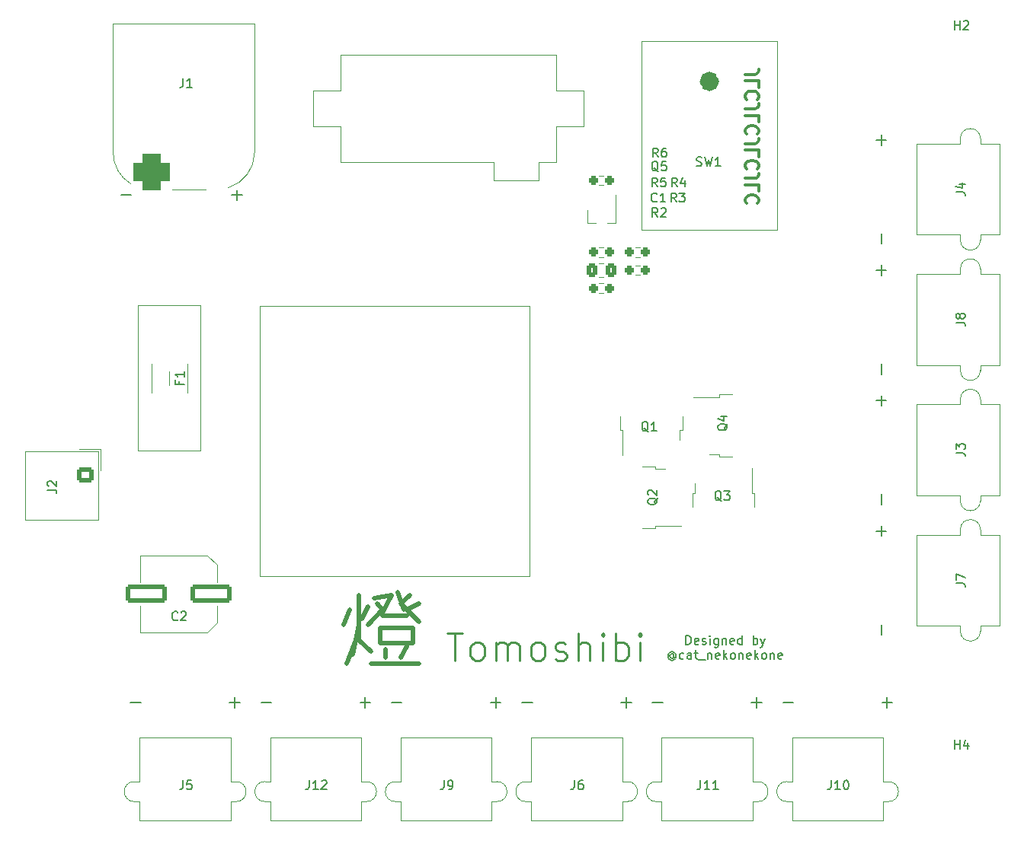
<source format=gbr>
%TF.GenerationSoftware,KiCad,Pcbnew,(6.0.11)*%
%TF.CreationDate,2023-09-13T23:25:56+09:00*%
%TF.ProjectId,Power,506f7765-722e-46b6-9963-61645f706362,rev?*%
%TF.SameCoordinates,Original*%
%TF.FileFunction,Legend,Top*%
%TF.FilePolarity,Positive*%
%FSLAX46Y46*%
G04 Gerber Fmt 4.6, Leading zero omitted, Abs format (unit mm)*
G04 Created by KiCad (PCBNEW (6.0.11)) date 2023-09-13 23:25:56*
%MOMM*%
%LPD*%
G01*
G04 APERTURE LIST*
G04 Aperture macros list*
%AMRoundRect*
0 Rectangle with rounded corners*
0 $1 Rounding radius*
0 $2 $3 $4 $5 $6 $7 $8 $9 X,Y pos of 4 corners*
0 Add a 4 corners polygon primitive as box body*
4,1,4,$2,$3,$4,$5,$6,$7,$8,$9,$2,$3,0*
0 Add four circle primitives for the rounded corners*
1,1,$1+$1,$2,$3*
1,1,$1+$1,$4,$5*
1,1,$1+$1,$6,$7*
1,1,$1+$1,$8,$9*
0 Add four rect primitives between the rounded corners*
20,1,$1+$1,$2,$3,$4,$5,0*
20,1,$1+$1,$4,$5,$6,$7,0*
20,1,$1+$1,$6,$7,$8,$9,0*
20,1,$1+$1,$8,$9,$2,$3,0*%
G04 Aperture macros list end*
%ADD10C,0.470000*%
%ADD11C,0.300000*%
%ADD12C,0.270000*%
%ADD13C,0.150000*%
%ADD14C,0.120000*%
%ADD15C,1.060000*%
%ADD16R,2.200000X1.200000*%
%ADD17R,6.400000X5.800000*%
%ADD18O,9.000000X3.500000*%
%ADD19O,3.500000X9.000000*%
%ADD20C,1.400000*%
%ADD21R,3.500000X3.500000*%
%ADD22C,3.500000*%
%ADD23RoundRect,0.250001X1.999999X0.799999X-1.999999X0.799999X-1.999999X-0.799999X1.999999X-0.799999X0*%
%ADD24C,3.200000*%
%ADD25R,0.800000X1.900000*%
%ADD26C,1.524000*%
%ADD27R,1.200000X2.200000*%
%ADD28R,5.800000X6.400000*%
%ADD29RoundRect,0.237500X-0.250000X-0.237500X0.250000X-0.237500X0.250000X0.237500X-0.250000X0.237500X0*%
%ADD30RoundRect,0.250000X-0.675000X0.600000X-0.675000X-0.600000X0.675000X-0.600000X0.675000X0.600000X0*%
%ADD31O,1.850000X1.700000*%
%ADD32RoundRect,0.237500X0.250000X0.237500X-0.250000X0.237500X-0.250000X-0.237500X0.250000X-0.237500X0*%
%ADD33R,0.900000X2.000000*%
%ADD34RoundRect,1.025000X-1.025000X-1.025000X1.025000X-1.025000X1.025000X1.025000X-1.025000X1.025000X0*%
%ADD35C,4.100000*%
%ADD36C,2.780000*%
%ADD37RoundRect,0.250000X-0.337500X-0.475000X0.337500X-0.475000X0.337500X0.475000X-0.337500X0.475000X0*%
%ADD38O,4.000000X1.524000*%
G04 APERTURE END LIST*
D10*
X132773333Y-109923333D02*
X135440000Y-109923333D01*
X132440000Y-112923333D02*
X136106666Y-112923333D01*
X131440000Y-115256666D02*
X136773333Y-115256666D01*
X132440000Y-111256666D02*
X132440000Y-112923333D01*
X132440000Y-111256666D02*
X136106666Y-111256666D01*
X136106666Y-112923333D01*
X130106666Y-107590000D02*
X130106666Y-112590000D01*
X131440000Y-113923333D01*
X134773333Y-108590000D02*
X136773333Y-110590000D01*
X136773333Y-108590000D02*
X135440000Y-109256666D01*
X132106666Y-108590000D02*
X132773333Y-109256666D01*
X131106666Y-110923333D01*
X135773333Y-107590000D02*
X134773333Y-108590000D01*
X133106666Y-113590000D02*
X133106666Y-114590000D01*
X134440000Y-107256666D02*
X135106666Y-109256666D01*
X135440000Y-113256666D02*
X134773333Y-114590000D01*
X131106666Y-108923333D02*
X130440000Y-110256666D01*
X129773333Y-112590000D02*
X128773333Y-115256666D01*
X131773333Y-107923333D02*
X133773333Y-107590000D01*
X132773333Y-109590000D01*
X129106666Y-109256666D02*
X128440000Y-110923333D01*
X130106666Y-110923333D02*
X129440000Y-114256666D01*
D11*
X173038571Y-49681428D02*
X174110000Y-49681428D01*
X174324285Y-49610000D01*
X174467142Y-49467142D01*
X174538571Y-49252857D01*
X174538571Y-49110000D01*
X174538571Y-51110000D02*
X174538571Y-50395714D01*
X173038571Y-50395714D01*
X174395714Y-52467142D02*
X174467142Y-52395714D01*
X174538571Y-52181428D01*
X174538571Y-52038571D01*
X174467142Y-51824285D01*
X174324285Y-51681428D01*
X174181428Y-51610000D01*
X173895714Y-51538571D01*
X173681428Y-51538571D01*
X173395714Y-51610000D01*
X173252857Y-51681428D01*
X173110000Y-51824285D01*
X173038571Y-52038571D01*
X173038571Y-52181428D01*
X173110000Y-52395714D01*
X173181428Y-52467142D01*
X173038571Y-53538571D02*
X174110000Y-53538571D01*
X174324285Y-53467142D01*
X174467142Y-53324285D01*
X174538571Y-53110000D01*
X174538571Y-52967142D01*
X174538571Y-54967142D02*
X174538571Y-54252857D01*
X173038571Y-54252857D01*
X174395714Y-56324285D02*
X174467142Y-56252857D01*
X174538571Y-56038571D01*
X174538571Y-55895714D01*
X174467142Y-55681428D01*
X174324285Y-55538571D01*
X174181428Y-55467142D01*
X173895714Y-55395714D01*
X173681428Y-55395714D01*
X173395714Y-55467142D01*
X173252857Y-55538571D01*
X173110000Y-55681428D01*
X173038571Y-55895714D01*
X173038571Y-56038571D01*
X173110000Y-56252857D01*
X173181428Y-56324285D01*
X173038571Y-57395714D02*
X174110000Y-57395714D01*
X174324285Y-57324285D01*
X174467142Y-57181428D01*
X174538571Y-56967142D01*
X174538571Y-56824285D01*
X174538571Y-58824285D02*
X174538571Y-58110000D01*
X173038571Y-58110000D01*
X174395714Y-60181428D02*
X174467142Y-60110000D01*
X174538571Y-59895714D01*
X174538571Y-59752857D01*
X174467142Y-59538571D01*
X174324285Y-59395714D01*
X174181428Y-59324285D01*
X173895714Y-59252857D01*
X173681428Y-59252857D01*
X173395714Y-59324285D01*
X173252857Y-59395714D01*
X173110000Y-59538571D01*
X173038571Y-59752857D01*
X173038571Y-59895714D01*
X173110000Y-60110000D01*
X173181428Y-60181428D01*
X173038571Y-61252857D02*
X174110000Y-61252857D01*
X174324285Y-61181428D01*
X174467142Y-61038571D01*
X174538571Y-60824285D01*
X174538571Y-60681428D01*
X174538571Y-62681428D02*
X174538571Y-61967142D01*
X173038571Y-61967142D01*
X174395714Y-64038571D02*
X174467142Y-63967142D01*
X174538571Y-63752857D01*
X174538571Y-63610000D01*
X174467142Y-63395714D01*
X174324285Y-63252857D01*
X174181428Y-63181428D01*
X173895714Y-63110000D01*
X173681428Y-63110000D01*
X173395714Y-63181428D01*
X173252857Y-63252857D01*
X173110000Y-63395714D01*
X173038571Y-63610000D01*
X173038571Y-63752857D01*
X173110000Y-63967142D01*
X173181428Y-64038571D01*
D12*
X139931428Y-111877142D02*
X141645714Y-111877142D01*
X140788571Y-114877142D02*
X140788571Y-111877142D01*
X143074285Y-114877142D02*
X142788571Y-114734285D01*
X142645714Y-114591428D01*
X142502857Y-114305714D01*
X142502857Y-113448571D01*
X142645714Y-113162857D01*
X142788571Y-113020000D01*
X143074285Y-112877142D01*
X143502857Y-112877142D01*
X143788571Y-113020000D01*
X143931428Y-113162857D01*
X144074285Y-113448571D01*
X144074285Y-114305714D01*
X143931428Y-114591428D01*
X143788571Y-114734285D01*
X143502857Y-114877142D01*
X143074285Y-114877142D01*
X145360000Y-114877142D02*
X145360000Y-112877142D01*
X145360000Y-113162857D02*
X145502857Y-113020000D01*
X145788571Y-112877142D01*
X146217142Y-112877142D01*
X146502857Y-113020000D01*
X146645714Y-113305714D01*
X146645714Y-114877142D01*
X146645714Y-113305714D02*
X146788571Y-113020000D01*
X147074285Y-112877142D01*
X147502857Y-112877142D01*
X147788571Y-113020000D01*
X147931428Y-113305714D01*
X147931428Y-114877142D01*
X149788571Y-114877142D02*
X149502857Y-114734285D01*
X149360000Y-114591428D01*
X149217142Y-114305714D01*
X149217142Y-113448571D01*
X149360000Y-113162857D01*
X149502857Y-113020000D01*
X149788571Y-112877142D01*
X150217142Y-112877142D01*
X150502857Y-113020000D01*
X150645714Y-113162857D01*
X150788571Y-113448571D01*
X150788571Y-114305714D01*
X150645714Y-114591428D01*
X150502857Y-114734285D01*
X150217142Y-114877142D01*
X149788571Y-114877142D01*
X151931428Y-114734285D02*
X152217142Y-114877142D01*
X152788571Y-114877142D01*
X153074285Y-114734285D01*
X153217142Y-114448571D01*
X153217142Y-114305714D01*
X153074285Y-114020000D01*
X152788571Y-113877142D01*
X152360000Y-113877142D01*
X152074285Y-113734285D01*
X151931428Y-113448571D01*
X151931428Y-113305714D01*
X152074285Y-113020000D01*
X152360000Y-112877142D01*
X152788571Y-112877142D01*
X153074285Y-113020000D01*
X154502857Y-114877142D02*
X154502857Y-111877142D01*
X155788571Y-114877142D02*
X155788571Y-113305714D01*
X155645714Y-113020000D01*
X155360000Y-112877142D01*
X154931428Y-112877142D01*
X154645714Y-113020000D01*
X154502857Y-113162857D01*
X157217142Y-114877142D02*
X157217142Y-112877142D01*
X157217142Y-111877142D02*
X157074285Y-112020000D01*
X157217142Y-112162857D01*
X157360000Y-112020000D01*
X157217142Y-111877142D01*
X157217142Y-112162857D01*
X158645714Y-114877142D02*
X158645714Y-111877142D01*
X158645714Y-113020000D02*
X158931428Y-112877142D01*
X159502857Y-112877142D01*
X159788571Y-113020000D01*
X159931428Y-113162857D01*
X160074285Y-113448571D01*
X160074285Y-114305714D01*
X159931428Y-114591428D01*
X159788571Y-114734285D01*
X159502857Y-114877142D01*
X158931428Y-114877142D01*
X158645714Y-114734285D01*
X161360000Y-114877142D02*
X161360000Y-112877142D01*
X161360000Y-111877142D02*
X161217142Y-112020000D01*
X161360000Y-112162857D01*
X161502857Y-112020000D01*
X161360000Y-111877142D01*
X161360000Y-112162857D01*
D13*
X166466666Y-113107380D02*
X166466666Y-112107380D01*
X166704761Y-112107380D01*
X166847619Y-112155000D01*
X166942857Y-112250238D01*
X166990476Y-112345476D01*
X167038095Y-112535952D01*
X167038095Y-112678809D01*
X166990476Y-112869285D01*
X166942857Y-112964523D01*
X166847619Y-113059761D01*
X166704761Y-113107380D01*
X166466666Y-113107380D01*
X167847619Y-113059761D02*
X167752380Y-113107380D01*
X167561904Y-113107380D01*
X167466666Y-113059761D01*
X167419047Y-112964523D01*
X167419047Y-112583571D01*
X167466666Y-112488333D01*
X167561904Y-112440714D01*
X167752380Y-112440714D01*
X167847619Y-112488333D01*
X167895238Y-112583571D01*
X167895238Y-112678809D01*
X167419047Y-112774047D01*
X168276190Y-113059761D02*
X168371428Y-113107380D01*
X168561904Y-113107380D01*
X168657142Y-113059761D01*
X168704761Y-112964523D01*
X168704761Y-112916904D01*
X168657142Y-112821666D01*
X168561904Y-112774047D01*
X168419047Y-112774047D01*
X168323809Y-112726428D01*
X168276190Y-112631190D01*
X168276190Y-112583571D01*
X168323809Y-112488333D01*
X168419047Y-112440714D01*
X168561904Y-112440714D01*
X168657142Y-112488333D01*
X169133333Y-113107380D02*
X169133333Y-112440714D01*
X169133333Y-112107380D02*
X169085714Y-112155000D01*
X169133333Y-112202619D01*
X169180952Y-112155000D01*
X169133333Y-112107380D01*
X169133333Y-112202619D01*
X170038095Y-112440714D02*
X170038095Y-113250238D01*
X169990476Y-113345476D01*
X169942857Y-113393095D01*
X169847619Y-113440714D01*
X169704761Y-113440714D01*
X169609523Y-113393095D01*
X170038095Y-113059761D02*
X169942857Y-113107380D01*
X169752380Y-113107380D01*
X169657142Y-113059761D01*
X169609523Y-113012142D01*
X169561904Y-112916904D01*
X169561904Y-112631190D01*
X169609523Y-112535952D01*
X169657142Y-112488333D01*
X169752380Y-112440714D01*
X169942857Y-112440714D01*
X170038095Y-112488333D01*
X170514285Y-112440714D02*
X170514285Y-113107380D01*
X170514285Y-112535952D02*
X170561904Y-112488333D01*
X170657142Y-112440714D01*
X170800000Y-112440714D01*
X170895238Y-112488333D01*
X170942857Y-112583571D01*
X170942857Y-113107380D01*
X171800000Y-113059761D02*
X171704761Y-113107380D01*
X171514285Y-113107380D01*
X171419047Y-113059761D01*
X171371428Y-112964523D01*
X171371428Y-112583571D01*
X171419047Y-112488333D01*
X171514285Y-112440714D01*
X171704761Y-112440714D01*
X171800000Y-112488333D01*
X171847619Y-112583571D01*
X171847619Y-112678809D01*
X171371428Y-112774047D01*
X172704761Y-113107380D02*
X172704761Y-112107380D01*
X172704761Y-113059761D02*
X172609523Y-113107380D01*
X172419047Y-113107380D01*
X172323809Y-113059761D01*
X172276190Y-113012142D01*
X172228571Y-112916904D01*
X172228571Y-112631190D01*
X172276190Y-112535952D01*
X172323809Y-112488333D01*
X172419047Y-112440714D01*
X172609523Y-112440714D01*
X172704761Y-112488333D01*
X173942857Y-113107380D02*
X173942857Y-112107380D01*
X173942857Y-112488333D02*
X174038095Y-112440714D01*
X174228571Y-112440714D01*
X174323809Y-112488333D01*
X174371428Y-112535952D01*
X174419047Y-112631190D01*
X174419047Y-112916904D01*
X174371428Y-113012142D01*
X174323809Y-113059761D01*
X174228571Y-113107380D01*
X174038095Y-113107380D01*
X173942857Y-113059761D01*
X174752380Y-112440714D02*
X174990476Y-113107380D01*
X175228571Y-112440714D02*
X174990476Y-113107380D01*
X174895238Y-113345476D01*
X174847619Y-113393095D01*
X174752380Y-113440714D01*
X165109523Y-114241190D02*
X165061904Y-114193571D01*
X164966666Y-114145952D01*
X164871428Y-114145952D01*
X164776190Y-114193571D01*
X164728571Y-114241190D01*
X164680952Y-114336428D01*
X164680952Y-114431666D01*
X164728571Y-114526904D01*
X164776190Y-114574523D01*
X164871428Y-114622142D01*
X164966666Y-114622142D01*
X165061904Y-114574523D01*
X165109523Y-114526904D01*
X165109523Y-114145952D02*
X165109523Y-114526904D01*
X165157142Y-114574523D01*
X165204761Y-114574523D01*
X165300000Y-114526904D01*
X165347619Y-114431666D01*
X165347619Y-114193571D01*
X165252380Y-114050714D01*
X165109523Y-113955476D01*
X164919047Y-113907857D01*
X164728571Y-113955476D01*
X164585714Y-114050714D01*
X164490476Y-114193571D01*
X164442857Y-114384047D01*
X164490476Y-114574523D01*
X164585714Y-114717380D01*
X164728571Y-114812619D01*
X164919047Y-114860238D01*
X165109523Y-114812619D01*
X165252380Y-114717380D01*
X166204761Y-114669761D02*
X166109523Y-114717380D01*
X165919047Y-114717380D01*
X165823809Y-114669761D01*
X165776190Y-114622142D01*
X165728571Y-114526904D01*
X165728571Y-114241190D01*
X165776190Y-114145952D01*
X165823809Y-114098333D01*
X165919047Y-114050714D01*
X166109523Y-114050714D01*
X166204761Y-114098333D01*
X167061904Y-114717380D02*
X167061904Y-114193571D01*
X167014285Y-114098333D01*
X166919047Y-114050714D01*
X166728571Y-114050714D01*
X166633333Y-114098333D01*
X167061904Y-114669761D02*
X166966666Y-114717380D01*
X166728571Y-114717380D01*
X166633333Y-114669761D01*
X166585714Y-114574523D01*
X166585714Y-114479285D01*
X166633333Y-114384047D01*
X166728571Y-114336428D01*
X166966666Y-114336428D01*
X167061904Y-114288809D01*
X167395238Y-114050714D02*
X167776190Y-114050714D01*
X167538095Y-113717380D02*
X167538095Y-114574523D01*
X167585714Y-114669761D01*
X167680952Y-114717380D01*
X167776190Y-114717380D01*
X167871428Y-114812619D02*
X168633333Y-114812619D01*
X168871428Y-114050714D02*
X168871428Y-114717380D01*
X168871428Y-114145952D02*
X168919047Y-114098333D01*
X169014285Y-114050714D01*
X169157142Y-114050714D01*
X169252380Y-114098333D01*
X169300000Y-114193571D01*
X169300000Y-114717380D01*
X170157142Y-114669761D02*
X170061904Y-114717380D01*
X169871428Y-114717380D01*
X169776190Y-114669761D01*
X169728571Y-114574523D01*
X169728571Y-114193571D01*
X169776190Y-114098333D01*
X169871428Y-114050714D01*
X170061904Y-114050714D01*
X170157142Y-114098333D01*
X170204761Y-114193571D01*
X170204761Y-114288809D01*
X169728571Y-114384047D01*
X170633333Y-114717380D02*
X170633333Y-113717380D01*
X170728571Y-114336428D02*
X171014285Y-114717380D01*
X171014285Y-114050714D02*
X170633333Y-114431666D01*
X171585714Y-114717380D02*
X171490476Y-114669761D01*
X171442857Y-114622142D01*
X171395238Y-114526904D01*
X171395238Y-114241190D01*
X171442857Y-114145952D01*
X171490476Y-114098333D01*
X171585714Y-114050714D01*
X171728571Y-114050714D01*
X171823809Y-114098333D01*
X171871428Y-114145952D01*
X171919047Y-114241190D01*
X171919047Y-114526904D01*
X171871428Y-114622142D01*
X171823809Y-114669761D01*
X171728571Y-114717380D01*
X171585714Y-114717380D01*
X172347619Y-114050714D02*
X172347619Y-114717380D01*
X172347619Y-114145952D02*
X172395238Y-114098333D01*
X172490476Y-114050714D01*
X172633333Y-114050714D01*
X172728571Y-114098333D01*
X172776190Y-114193571D01*
X172776190Y-114717380D01*
X173633333Y-114669761D02*
X173538095Y-114717380D01*
X173347619Y-114717380D01*
X173252380Y-114669761D01*
X173204761Y-114574523D01*
X173204761Y-114193571D01*
X173252380Y-114098333D01*
X173347619Y-114050714D01*
X173538095Y-114050714D01*
X173633333Y-114098333D01*
X173680952Y-114193571D01*
X173680952Y-114288809D01*
X173204761Y-114384047D01*
X174109523Y-114717380D02*
X174109523Y-113717380D01*
X174204761Y-114336428D02*
X174490476Y-114717380D01*
X174490476Y-114050714D02*
X174109523Y-114431666D01*
X175061904Y-114717380D02*
X174966666Y-114669761D01*
X174919047Y-114622142D01*
X174871428Y-114526904D01*
X174871428Y-114241190D01*
X174919047Y-114145952D01*
X174966666Y-114098333D01*
X175061904Y-114050714D01*
X175204761Y-114050714D01*
X175300000Y-114098333D01*
X175347619Y-114145952D01*
X175395238Y-114241190D01*
X175395238Y-114526904D01*
X175347619Y-114622142D01*
X175300000Y-114669761D01*
X175204761Y-114717380D01*
X175061904Y-114717380D01*
X175823809Y-114050714D02*
X175823809Y-114717380D01*
X175823809Y-114145952D02*
X175871428Y-114098333D01*
X175966666Y-114050714D01*
X176109523Y-114050714D01*
X176204761Y-114098333D01*
X176252380Y-114193571D01*
X176252380Y-114717380D01*
X177109523Y-114669761D02*
X177014285Y-114717380D01*
X176823809Y-114717380D01*
X176728571Y-114669761D01*
X176680952Y-114574523D01*
X176680952Y-114193571D01*
X176728571Y-114098333D01*
X176823809Y-114050714D01*
X177014285Y-114050714D01*
X177109523Y-114098333D01*
X177157142Y-114193571D01*
X177157142Y-114288809D01*
X176680952Y-114384047D01*
%TO.C,Q2*%
X163307619Y-96805238D02*
X163260000Y-96900476D01*
X163164761Y-96995714D01*
X163021904Y-97138571D01*
X162974285Y-97233809D01*
X162974285Y-97329047D01*
X163212380Y-97281428D02*
X163164761Y-97376666D01*
X163069523Y-97471904D01*
X162879047Y-97519523D01*
X162545714Y-97519523D01*
X162355238Y-97471904D01*
X162260000Y-97376666D01*
X162212380Y-97281428D01*
X162212380Y-97090952D01*
X162260000Y-96995714D01*
X162355238Y-96900476D01*
X162545714Y-96852857D01*
X162879047Y-96852857D01*
X163069523Y-96900476D01*
X163164761Y-96995714D01*
X163212380Y-97090952D01*
X163212380Y-97281428D01*
X162307619Y-96471904D02*
X162260000Y-96424285D01*
X162212380Y-96329047D01*
X162212380Y-96090952D01*
X162260000Y-95995714D01*
X162307619Y-95948095D01*
X162402857Y-95900476D01*
X162498095Y-95900476D01*
X162640952Y-95948095D01*
X163212380Y-96519523D01*
X163212380Y-95900476D01*
%TO.C,J3*%
X196462380Y-91783333D02*
X197176666Y-91783333D01*
X197319523Y-91830952D01*
X197414761Y-91926190D01*
X197462380Y-92069047D01*
X197462380Y-92164285D01*
X196462380Y-91402380D02*
X196462380Y-90783333D01*
X196843333Y-91116666D01*
X196843333Y-90973809D01*
X196890952Y-90878571D01*
X196938571Y-90830952D01*
X197033809Y-90783333D01*
X197271904Y-90783333D01*
X197367142Y-90830952D01*
X197414761Y-90878571D01*
X197462380Y-90973809D01*
X197462380Y-91259523D01*
X197414761Y-91354761D01*
X197367142Y-91402380D01*
X188167142Y-86541428D02*
X188167142Y-85398571D01*
X188738571Y-85970000D02*
X187595714Y-85970000D01*
X188167142Y-97541428D02*
X188167142Y-96398571D01*
%TO.C,Q4*%
X171087619Y-88555238D02*
X171040000Y-88650476D01*
X170944761Y-88745714D01*
X170801904Y-88888571D01*
X170754285Y-88983809D01*
X170754285Y-89079047D01*
X170992380Y-89031428D02*
X170944761Y-89126666D01*
X170849523Y-89221904D01*
X170659047Y-89269523D01*
X170325714Y-89269523D01*
X170135238Y-89221904D01*
X170040000Y-89126666D01*
X169992380Y-89031428D01*
X169992380Y-88840952D01*
X170040000Y-88745714D01*
X170135238Y-88650476D01*
X170325714Y-88602857D01*
X170659047Y-88602857D01*
X170849523Y-88650476D01*
X170944761Y-88745714D01*
X170992380Y-88840952D01*
X170992380Y-89031428D01*
X170325714Y-87745714D02*
X170992380Y-87745714D01*
X169944761Y-87983809D02*
X170659047Y-88221904D01*
X170659047Y-87602857D01*
%TO.C,C2*%
X109973333Y-110337142D02*
X109925714Y-110384761D01*
X109782857Y-110432380D01*
X109687619Y-110432380D01*
X109544761Y-110384761D01*
X109449523Y-110289523D01*
X109401904Y-110194285D01*
X109354285Y-110003809D01*
X109354285Y-109860952D01*
X109401904Y-109670476D01*
X109449523Y-109575238D01*
X109544761Y-109480000D01*
X109687619Y-109432380D01*
X109782857Y-109432380D01*
X109925714Y-109480000D01*
X109973333Y-109527619D01*
X110354285Y-109527619D02*
X110401904Y-109480000D01*
X110497142Y-109432380D01*
X110735238Y-109432380D01*
X110830476Y-109480000D01*
X110878095Y-109527619D01*
X110925714Y-109622857D01*
X110925714Y-109718095D01*
X110878095Y-109860952D01*
X110306666Y-110432380D01*
X110925714Y-110432380D01*
%TO.C,Q5*%
X163384761Y-60487619D02*
X163289523Y-60440000D01*
X163194285Y-60344761D01*
X163051428Y-60201904D01*
X162956190Y-60154285D01*
X162860952Y-60154285D01*
X162908571Y-60392380D02*
X162813333Y-60344761D01*
X162718095Y-60249523D01*
X162670476Y-60059047D01*
X162670476Y-59725714D01*
X162718095Y-59535238D01*
X162813333Y-59440000D01*
X162908571Y-59392380D01*
X163099047Y-59392380D01*
X163194285Y-59440000D01*
X163289523Y-59535238D01*
X163337142Y-59725714D01*
X163337142Y-60059047D01*
X163289523Y-60249523D01*
X163194285Y-60344761D01*
X163099047Y-60392380D01*
X162908571Y-60392380D01*
X164241904Y-59392380D02*
X163765714Y-59392380D01*
X163718095Y-59868571D01*
X163765714Y-59820952D01*
X163860952Y-59773333D01*
X164099047Y-59773333D01*
X164194285Y-59820952D01*
X164241904Y-59868571D01*
X164289523Y-59963809D01*
X164289523Y-60201904D01*
X164241904Y-60297142D01*
X164194285Y-60344761D01*
X164099047Y-60392380D01*
X163860952Y-60392380D01*
X163765714Y-60344761D01*
X163718095Y-60297142D01*
%TO.C,Q1*%
X162284761Y-89437619D02*
X162189523Y-89390000D01*
X162094285Y-89294761D01*
X161951428Y-89151904D01*
X161856190Y-89104285D01*
X161760952Y-89104285D01*
X161808571Y-89342380D02*
X161713333Y-89294761D01*
X161618095Y-89199523D01*
X161570476Y-89009047D01*
X161570476Y-88675714D01*
X161618095Y-88485238D01*
X161713333Y-88390000D01*
X161808571Y-88342380D01*
X161999047Y-88342380D01*
X162094285Y-88390000D01*
X162189523Y-88485238D01*
X162237142Y-88675714D01*
X162237142Y-89009047D01*
X162189523Y-89199523D01*
X162094285Y-89294761D01*
X161999047Y-89342380D01*
X161808571Y-89342380D01*
X163189523Y-89342380D02*
X162618095Y-89342380D01*
X162903809Y-89342380D02*
X162903809Y-88342380D01*
X162808571Y-88485238D01*
X162713333Y-88580476D01*
X162618095Y-88628095D01*
%TO.C,Q3*%
X170404761Y-97147619D02*
X170309523Y-97100000D01*
X170214285Y-97004761D01*
X170071428Y-96861904D01*
X169976190Y-96814285D01*
X169880952Y-96814285D01*
X169928571Y-97052380D02*
X169833333Y-97004761D01*
X169738095Y-96909523D01*
X169690476Y-96719047D01*
X169690476Y-96385714D01*
X169738095Y-96195238D01*
X169833333Y-96100000D01*
X169928571Y-96052380D01*
X170119047Y-96052380D01*
X170214285Y-96100000D01*
X170309523Y-96195238D01*
X170357142Y-96385714D01*
X170357142Y-96719047D01*
X170309523Y-96909523D01*
X170214285Y-97004761D01*
X170119047Y-97052380D01*
X169928571Y-97052380D01*
X170690476Y-96052380D02*
X171309523Y-96052380D01*
X170976190Y-96433333D01*
X171119047Y-96433333D01*
X171214285Y-96480952D01*
X171261904Y-96528571D01*
X171309523Y-96623809D01*
X171309523Y-96861904D01*
X171261904Y-96957142D01*
X171214285Y-97004761D01*
X171119047Y-97052380D01*
X170833333Y-97052380D01*
X170738095Y-97004761D01*
X170690476Y-96957142D01*
%TO.C,R2*%
X163313333Y-65532380D02*
X162980000Y-65056190D01*
X162741904Y-65532380D02*
X162741904Y-64532380D01*
X163122857Y-64532380D01*
X163218095Y-64580000D01*
X163265714Y-64627619D01*
X163313333Y-64722857D01*
X163313333Y-64865714D01*
X163265714Y-64960952D01*
X163218095Y-65008571D01*
X163122857Y-65056190D01*
X162741904Y-65056190D01*
X163694285Y-64627619D02*
X163741904Y-64580000D01*
X163837142Y-64532380D01*
X164075238Y-64532380D01*
X164170476Y-64580000D01*
X164218095Y-64627619D01*
X164265714Y-64722857D01*
X164265714Y-64818095D01*
X164218095Y-64960952D01*
X163646666Y-65532380D01*
X164265714Y-65532380D01*
%TO.C,J4*%
X196462380Y-62783333D02*
X197176666Y-62783333D01*
X197319523Y-62830952D01*
X197414761Y-62926190D01*
X197462380Y-63069047D01*
X197462380Y-63164285D01*
X196795714Y-61878571D02*
X197462380Y-61878571D01*
X196414761Y-62116666D02*
X197129047Y-62354761D01*
X197129047Y-61735714D01*
X188167142Y-57541428D02*
X188167142Y-56398571D01*
X188738571Y-56970000D02*
X187595714Y-56970000D01*
X188167142Y-68541428D02*
X188167142Y-67398571D01*
%TO.C,J2*%
X95512380Y-95913333D02*
X96226666Y-95913333D01*
X96369523Y-95960952D01*
X96464761Y-96056190D01*
X96512380Y-96199047D01*
X96512380Y-96294285D01*
X95607619Y-95484761D02*
X95560000Y-95437142D01*
X95512380Y-95341904D01*
X95512380Y-95103809D01*
X95560000Y-95008571D01*
X95607619Y-94960952D01*
X95702857Y-94913333D01*
X95798095Y-94913333D01*
X95940952Y-94960952D01*
X96512380Y-95532380D01*
X96512380Y-94913333D01*
%TO.C,J8*%
X196462380Y-77283333D02*
X197176666Y-77283333D01*
X197319523Y-77330952D01*
X197414761Y-77426190D01*
X197462380Y-77569047D01*
X197462380Y-77664285D01*
X196890952Y-76664285D02*
X196843333Y-76759523D01*
X196795714Y-76807142D01*
X196700476Y-76854761D01*
X196652857Y-76854761D01*
X196557619Y-76807142D01*
X196510000Y-76759523D01*
X196462380Y-76664285D01*
X196462380Y-76473809D01*
X196510000Y-76378571D01*
X196557619Y-76330952D01*
X196652857Y-76283333D01*
X196700476Y-76283333D01*
X196795714Y-76330952D01*
X196843333Y-76378571D01*
X196890952Y-76473809D01*
X196890952Y-76664285D01*
X196938571Y-76759523D01*
X196986190Y-76807142D01*
X197081428Y-76854761D01*
X197271904Y-76854761D01*
X197367142Y-76807142D01*
X197414761Y-76759523D01*
X197462380Y-76664285D01*
X197462380Y-76473809D01*
X197414761Y-76378571D01*
X197367142Y-76330952D01*
X197271904Y-76283333D01*
X197081428Y-76283333D01*
X196986190Y-76330952D01*
X196938571Y-76378571D01*
X196890952Y-76473809D01*
X188167142Y-83041428D02*
X188167142Y-81898571D01*
X188167142Y-72041428D02*
X188167142Y-70898571D01*
X188738571Y-71470000D02*
X187595714Y-71470000D01*
%TO.C,H2*%
X196298095Y-44722380D02*
X196298095Y-43722380D01*
X196298095Y-44198571D02*
X196869523Y-44198571D01*
X196869523Y-44722380D02*
X196869523Y-43722380D01*
X197298095Y-43817619D02*
X197345714Y-43770000D01*
X197440952Y-43722380D01*
X197679047Y-43722380D01*
X197774285Y-43770000D01*
X197821904Y-43817619D01*
X197869523Y-43912857D01*
X197869523Y-44008095D01*
X197821904Y-44150952D01*
X197250476Y-44722380D01*
X197869523Y-44722380D01*
%TO.C,R3*%
X165373333Y-63882380D02*
X165040000Y-63406190D01*
X164801904Y-63882380D02*
X164801904Y-62882380D01*
X165182857Y-62882380D01*
X165278095Y-62930000D01*
X165325714Y-62977619D01*
X165373333Y-63072857D01*
X165373333Y-63215714D01*
X165325714Y-63310952D01*
X165278095Y-63358571D01*
X165182857Y-63406190D01*
X164801904Y-63406190D01*
X165706666Y-62882380D02*
X166325714Y-62882380D01*
X165992380Y-63263333D01*
X166135238Y-63263333D01*
X166230476Y-63310952D01*
X166278095Y-63358571D01*
X166325714Y-63453809D01*
X166325714Y-63691904D01*
X166278095Y-63787142D01*
X166230476Y-63834761D01*
X166135238Y-63882380D01*
X165849523Y-63882380D01*
X165754285Y-63834761D01*
X165706666Y-63787142D01*
%TO.C,J10*%
X182580476Y-128222380D02*
X182580476Y-128936666D01*
X182532857Y-129079523D01*
X182437619Y-129174761D01*
X182294761Y-129222380D01*
X182199523Y-129222380D01*
X183580476Y-129222380D02*
X183009047Y-129222380D01*
X183294761Y-129222380D02*
X183294761Y-128222380D01*
X183199523Y-128365238D01*
X183104285Y-128460476D01*
X183009047Y-128508095D01*
X184199523Y-128222380D02*
X184294761Y-128222380D01*
X184390000Y-128270000D01*
X184437619Y-128317619D01*
X184485238Y-128412857D01*
X184532857Y-128603333D01*
X184532857Y-128841428D01*
X184485238Y-129031904D01*
X184437619Y-129127142D01*
X184390000Y-129174761D01*
X184294761Y-129222380D01*
X184199523Y-129222380D01*
X184104285Y-129174761D01*
X184056666Y-129127142D01*
X184009047Y-129031904D01*
X183961428Y-128841428D01*
X183961428Y-128603333D01*
X184009047Y-128412857D01*
X184056666Y-128317619D01*
X184104285Y-128270000D01*
X184199523Y-128222380D01*
X188238571Y-119577142D02*
X189381428Y-119577142D01*
X188810000Y-120148571D02*
X188810000Y-119005714D01*
X177238571Y-119577142D02*
X178381428Y-119577142D01*
%TO.C,J1*%
X110566666Y-50112380D02*
X110566666Y-50826666D01*
X110519047Y-50969523D01*
X110423809Y-51064761D01*
X110280952Y-51112380D01*
X110185714Y-51112380D01*
X111566666Y-51112380D02*
X110995238Y-51112380D01*
X111280952Y-51112380D02*
X111280952Y-50112380D01*
X111185714Y-50255238D01*
X111090476Y-50350476D01*
X110995238Y-50398095D01*
X115988571Y-63117142D02*
X117131428Y-63117142D01*
X116560000Y-63688571D02*
X116560000Y-62545714D01*
X103688571Y-63117142D02*
X104831428Y-63117142D01*
%TO.C,J9*%
X139556666Y-128222380D02*
X139556666Y-128936666D01*
X139509047Y-129079523D01*
X139413809Y-129174761D01*
X139270952Y-129222380D01*
X139175714Y-129222380D01*
X140080476Y-129222380D02*
X140270952Y-129222380D01*
X140366190Y-129174761D01*
X140413809Y-129127142D01*
X140509047Y-128984285D01*
X140556666Y-128793809D01*
X140556666Y-128412857D01*
X140509047Y-128317619D01*
X140461428Y-128270000D01*
X140366190Y-128222380D01*
X140175714Y-128222380D01*
X140080476Y-128270000D01*
X140032857Y-128317619D01*
X139985238Y-128412857D01*
X139985238Y-128650952D01*
X140032857Y-128746190D01*
X140080476Y-128793809D01*
X140175714Y-128841428D01*
X140366190Y-128841428D01*
X140461428Y-128793809D01*
X140509047Y-128746190D01*
X140556666Y-128650952D01*
X133738571Y-119577142D02*
X134881428Y-119577142D01*
X144738571Y-119577142D02*
X145881428Y-119577142D01*
X145310000Y-120148571D02*
X145310000Y-119005714D01*
%TO.C,H4*%
X196298095Y-124722380D02*
X196298095Y-123722380D01*
X196298095Y-124198571D02*
X196869523Y-124198571D01*
X196869523Y-124722380D02*
X196869523Y-123722380D01*
X197774285Y-124055714D02*
X197774285Y-124722380D01*
X197536190Y-123674761D02*
X197298095Y-124389047D01*
X197917142Y-124389047D01*
%TO.C,F1*%
X110158571Y-83803333D02*
X110158571Y-84136666D01*
X110682380Y-84136666D02*
X109682380Y-84136666D01*
X109682380Y-83660476D01*
X110682380Y-82755714D02*
X110682380Y-83327142D01*
X110682380Y-83041428D02*
X109682380Y-83041428D01*
X109825238Y-83136666D01*
X109920476Y-83231904D01*
X109968095Y-83327142D01*
%TO.C,J5*%
X110556666Y-128222380D02*
X110556666Y-128936666D01*
X110509047Y-129079523D01*
X110413809Y-129174761D01*
X110270952Y-129222380D01*
X110175714Y-129222380D01*
X111509047Y-128222380D02*
X111032857Y-128222380D01*
X110985238Y-128698571D01*
X111032857Y-128650952D01*
X111128095Y-128603333D01*
X111366190Y-128603333D01*
X111461428Y-128650952D01*
X111509047Y-128698571D01*
X111556666Y-128793809D01*
X111556666Y-129031904D01*
X111509047Y-129127142D01*
X111461428Y-129174761D01*
X111366190Y-129222380D01*
X111128095Y-129222380D01*
X111032857Y-129174761D01*
X110985238Y-129127142D01*
X104738571Y-119577142D02*
X105881428Y-119577142D01*
X115738571Y-119577142D02*
X116881428Y-119577142D01*
X116310000Y-120148571D02*
X116310000Y-119005714D01*
%TO.C,R4*%
X165463333Y-62182380D02*
X165130000Y-61706190D01*
X164891904Y-62182380D02*
X164891904Y-61182380D01*
X165272857Y-61182380D01*
X165368095Y-61230000D01*
X165415714Y-61277619D01*
X165463333Y-61372857D01*
X165463333Y-61515714D01*
X165415714Y-61610952D01*
X165368095Y-61658571D01*
X165272857Y-61706190D01*
X164891904Y-61706190D01*
X166320476Y-61515714D02*
X166320476Y-62182380D01*
X166082380Y-61134761D02*
X165844285Y-61849047D01*
X166463333Y-61849047D01*
%TO.C,C1*%
X163233333Y-63787142D02*
X163185714Y-63834761D01*
X163042857Y-63882380D01*
X162947619Y-63882380D01*
X162804761Y-63834761D01*
X162709523Y-63739523D01*
X162661904Y-63644285D01*
X162614285Y-63453809D01*
X162614285Y-63310952D01*
X162661904Y-63120476D01*
X162709523Y-63025238D01*
X162804761Y-62930000D01*
X162947619Y-62882380D01*
X163042857Y-62882380D01*
X163185714Y-62930000D01*
X163233333Y-62977619D01*
X164185714Y-63882380D02*
X163614285Y-63882380D01*
X163900000Y-63882380D02*
X163900000Y-62882380D01*
X163804761Y-63025238D01*
X163709523Y-63120476D01*
X163614285Y-63168095D01*
%TO.C,J6*%
X154056666Y-128222380D02*
X154056666Y-128936666D01*
X154009047Y-129079523D01*
X153913809Y-129174761D01*
X153770952Y-129222380D01*
X153675714Y-129222380D01*
X154961428Y-128222380D02*
X154770952Y-128222380D01*
X154675714Y-128270000D01*
X154628095Y-128317619D01*
X154532857Y-128460476D01*
X154485238Y-128650952D01*
X154485238Y-129031904D01*
X154532857Y-129127142D01*
X154580476Y-129174761D01*
X154675714Y-129222380D01*
X154866190Y-129222380D01*
X154961428Y-129174761D01*
X155009047Y-129127142D01*
X155056666Y-129031904D01*
X155056666Y-128793809D01*
X155009047Y-128698571D01*
X154961428Y-128650952D01*
X154866190Y-128603333D01*
X154675714Y-128603333D01*
X154580476Y-128650952D01*
X154532857Y-128698571D01*
X154485238Y-128793809D01*
X148238571Y-119577142D02*
X149381428Y-119577142D01*
X159238571Y-119577142D02*
X160381428Y-119577142D01*
X159810000Y-120148571D02*
X159810000Y-119005714D01*
%TO.C,J12*%
X124580476Y-128222380D02*
X124580476Y-128936666D01*
X124532857Y-129079523D01*
X124437619Y-129174761D01*
X124294761Y-129222380D01*
X124199523Y-129222380D01*
X125580476Y-129222380D02*
X125009047Y-129222380D01*
X125294761Y-129222380D02*
X125294761Y-128222380D01*
X125199523Y-128365238D01*
X125104285Y-128460476D01*
X125009047Y-128508095D01*
X125961428Y-128317619D02*
X126009047Y-128270000D01*
X126104285Y-128222380D01*
X126342380Y-128222380D01*
X126437619Y-128270000D01*
X126485238Y-128317619D01*
X126532857Y-128412857D01*
X126532857Y-128508095D01*
X126485238Y-128650952D01*
X125913809Y-129222380D01*
X126532857Y-129222380D01*
X119238571Y-119577142D02*
X120381428Y-119577142D01*
X130238571Y-119577142D02*
X131381428Y-119577142D01*
X130810000Y-120148571D02*
X130810000Y-119005714D01*
%TO.C,R6*%
X163353333Y-58882380D02*
X163020000Y-58406190D01*
X162781904Y-58882380D02*
X162781904Y-57882380D01*
X163162857Y-57882380D01*
X163258095Y-57930000D01*
X163305714Y-57977619D01*
X163353333Y-58072857D01*
X163353333Y-58215714D01*
X163305714Y-58310952D01*
X163258095Y-58358571D01*
X163162857Y-58406190D01*
X162781904Y-58406190D01*
X164210476Y-57882380D02*
X164020000Y-57882380D01*
X163924761Y-57930000D01*
X163877142Y-57977619D01*
X163781904Y-58120476D01*
X163734285Y-58310952D01*
X163734285Y-58691904D01*
X163781904Y-58787142D01*
X163829523Y-58834761D01*
X163924761Y-58882380D01*
X164115238Y-58882380D01*
X164210476Y-58834761D01*
X164258095Y-58787142D01*
X164305714Y-58691904D01*
X164305714Y-58453809D01*
X164258095Y-58358571D01*
X164210476Y-58310952D01*
X164115238Y-58263333D01*
X163924761Y-58263333D01*
X163829523Y-58310952D01*
X163781904Y-58358571D01*
X163734285Y-58453809D01*
%TO.C,J7*%
X196462380Y-106283333D02*
X197176666Y-106283333D01*
X197319523Y-106330952D01*
X197414761Y-106426190D01*
X197462380Y-106569047D01*
X197462380Y-106664285D01*
X196462380Y-105902380D02*
X196462380Y-105235714D01*
X197462380Y-105664285D01*
X188167142Y-112041428D02*
X188167142Y-110898571D01*
X188167142Y-101041428D02*
X188167142Y-99898571D01*
X188738571Y-100470000D02*
X187595714Y-100470000D01*
%TO.C,R5*%
X163273333Y-62192380D02*
X162940000Y-61716190D01*
X162701904Y-62192380D02*
X162701904Y-61192380D01*
X163082857Y-61192380D01*
X163178095Y-61240000D01*
X163225714Y-61287619D01*
X163273333Y-61382857D01*
X163273333Y-61525714D01*
X163225714Y-61620952D01*
X163178095Y-61668571D01*
X163082857Y-61716190D01*
X162701904Y-61716190D01*
X164178095Y-61192380D02*
X163701904Y-61192380D01*
X163654285Y-61668571D01*
X163701904Y-61620952D01*
X163797142Y-61573333D01*
X164035238Y-61573333D01*
X164130476Y-61620952D01*
X164178095Y-61668571D01*
X164225714Y-61763809D01*
X164225714Y-62001904D01*
X164178095Y-62097142D01*
X164130476Y-62144761D01*
X164035238Y-62192380D01*
X163797142Y-62192380D01*
X163701904Y-62144761D01*
X163654285Y-62097142D01*
%TO.C,J11*%
X168080476Y-128222380D02*
X168080476Y-128936666D01*
X168032857Y-129079523D01*
X167937619Y-129174761D01*
X167794761Y-129222380D01*
X167699523Y-129222380D01*
X169080476Y-129222380D02*
X168509047Y-129222380D01*
X168794761Y-129222380D02*
X168794761Y-128222380D01*
X168699523Y-128365238D01*
X168604285Y-128460476D01*
X168509047Y-128508095D01*
X170032857Y-129222380D02*
X169461428Y-129222380D01*
X169747142Y-129222380D02*
X169747142Y-128222380D01*
X169651904Y-128365238D01*
X169556666Y-128460476D01*
X169461428Y-128508095D01*
X162738571Y-119577142D02*
X163881428Y-119577142D01*
X173738571Y-119577142D02*
X174881428Y-119577142D01*
X174310000Y-120148571D02*
X174310000Y-119005714D01*
%TO.C,SW1*%
X167636666Y-59834761D02*
X167779523Y-59882380D01*
X168017619Y-59882380D01*
X168112857Y-59834761D01*
X168160476Y-59787142D01*
X168208095Y-59691904D01*
X168208095Y-59596666D01*
X168160476Y-59501428D01*
X168112857Y-59453809D01*
X168017619Y-59406190D01*
X167827142Y-59358571D01*
X167731904Y-59310952D01*
X167684285Y-59263333D01*
X167636666Y-59168095D01*
X167636666Y-59072857D01*
X167684285Y-58977619D01*
X167731904Y-58930000D01*
X167827142Y-58882380D01*
X168065238Y-58882380D01*
X168208095Y-58930000D01*
X168541428Y-58882380D02*
X168779523Y-59882380D01*
X168970000Y-59168095D01*
X169160476Y-59882380D01*
X169398571Y-58882380D01*
X170303333Y-59882380D02*
X169731904Y-59882380D01*
X170017619Y-59882380D02*
X170017619Y-58882380D01*
X169922380Y-59025238D01*
X169827142Y-59120476D01*
X169731904Y-59168095D01*
D14*
%TO.C,Q2*%
X161570000Y-100200995D02*
X163070000Y-100200995D01*
X163070000Y-93570995D02*
X164170000Y-93570995D01*
X163070000Y-100200995D02*
X163070000Y-99930995D01*
X163070000Y-93300995D02*
X163070000Y-93570995D01*
X163070000Y-99930995D02*
X165900000Y-99930995D01*
X161570000Y-93300995D02*
X163070000Y-93300995D01*
%TO.C,K1*%
X119060000Y-75470000D02*
X149060000Y-75470000D01*
X149060000Y-75470000D02*
X149060000Y-105470000D01*
X149060000Y-105470000D02*
X119060000Y-105470000D01*
X119060000Y-105470000D02*
X119060000Y-75470000D01*
%TO.C,J3*%
X196950000Y-96530000D02*
X196950000Y-97120000D01*
X199170000Y-85820000D02*
X199170000Y-86410000D01*
X196950000Y-86410000D02*
X192050000Y-86410000D01*
X196950000Y-85820000D02*
X196950000Y-86410000D01*
X196950000Y-96530000D02*
X192050000Y-96530000D01*
X199170000Y-96530000D02*
X199170000Y-97120000D01*
X201270000Y-86410000D02*
X199170000Y-86410000D01*
X201270000Y-96530000D02*
X199170000Y-96530000D01*
X192050000Y-86410000D02*
X192050000Y-96530000D01*
X201270000Y-86410000D02*
X201270000Y-96530000D01*
X199170000Y-85820000D02*
G75*
G03*
X196950000Y-85820000I-1110000J0D01*
G01*
X196950000Y-97120000D02*
G75*
G03*
X199170000Y-97120000I1110000J0D01*
G01*
%TO.C,Q4*%
X170130000Y-91930995D02*
X169030000Y-91930995D01*
X170130000Y-92200995D02*
X170130000Y-91930995D01*
X170130000Y-85570995D02*
X167300000Y-85570995D01*
X171630000Y-85300995D02*
X170130000Y-85300995D01*
X170130000Y-85300995D02*
X170130000Y-85570995D01*
X171630000Y-92200995D02*
X170130000Y-92200995D01*
%TO.C,C2*%
X114320000Y-110665563D02*
X114320000Y-108780000D01*
X114320000Y-110665563D02*
X113255563Y-111730000D01*
X105800000Y-103210000D02*
X105800000Y-106160000D01*
X113255563Y-111730000D02*
X105800000Y-111730000D01*
X105800000Y-111730000D02*
X105800000Y-108780000D01*
X114320000Y-104274437D02*
X113255563Y-103210000D01*
X113255563Y-103210000D02*
X105800000Y-103210000D01*
X114320000Y-104274437D02*
X114320000Y-106160000D01*
%TO.C,Q5*%
X155480000Y-66230000D02*
X156410000Y-66230000D01*
X158640000Y-66230000D02*
X157710000Y-66230000D01*
X158640000Y-66230000D02*
X158640000Y-63070000D01*
X155480000Y-66230000D02*
X155480000Y-64770000D01*
%TO.C,MES1*%
X128060000Y-59470000D02*
X145060000Y-59470000D01*
X150060000Y-61470000D02*
X150060000Y-59470000D01*
X145060000Y-61470000D02*
X150060000Y-61470000D01*
X128060000Y-51470000D02*
X125060000Y-51470000D01*
X125060000Y-55470000D02*
X128060000Y-55470000D01*
X145060000Y-59470000D02*
X145060000Y-61470000D01*
X152060000Y-51470000D02*
X152060000Y-47470000D01*
X150060000Y-59470000D02*
X152060000Y-59470000D01*
X155060000Y-55470000D02*
X155060000Y-51470000D01*
X128060000Y-55470000D02*
X128060000Y-59470000D01*
X128060000Y-47470000D02*
X128060000Y-51470000D01*
X152060000Y-55470000D02*
X155060000Y-55470000D01*
X152060000Y-47470000D02*
X128060000Y-47470000D01*
X125060000Y-51470000D02*
X125060000Y-55470000D01*
X152060000Y-59470000D02*
X152060000Y-55470000D01*
X155060000Y-51470000D02*
X152060000Y-51470000D01*
%TO.C,Q1*%
X166050000Y-87720995D02*
X166050000Y-89220995D01*
X165780000Y-89220995D02*
X165780000Y-90320995D01*
X166050000Y-89220995D02*
X165780000Y-89220995D01*
X159420000Y-89220995D02*
X159420000Y-92050995D01*
X159150000Y-89220995D02*
X159420000Y-89220995D01*
X159150000Y-87720995D02*
X159150000Y-89220995D01*
%TO.C,Q3*%
X174050000Y-96280995D02*
X173780000Y-96280995D01*
X173780000Y-96280995D02*
X173780000Y-93450995D01*
X174050000Y-97780995D02*
X174050000Y-96280995D01*
X167420000Y-96280995D02*
X167420000Y-95180995D01*
X167150000Y-97780995D02*
X167150000Y-96280995D01*
X167150000Y-96280995D02*
X167420000Y-96280995D01*
%TO.C,R2*%
X156805276Y-73992500D02*
X157314724Y-73992500D01*
X156805276Y-72947500D02*
X157314724Y-72947500D01*
%TO.C,J4*%
X196950000Y-57410000D02*
X192050000Y-57410000D01*
X201270000Y-67530000D02*
X199170000Y-67530000D01*
X196950000Y-56820000D02*
X196950000Y-57410000D01*
X196950000Y-67530000D02*
X196950000Y-68120000D01*
X192050000Y-57410000D02*
X192050000Y-67530000D01*
X199170000Y-56820000D02*
X199170000Y-57410000D01*
X196950000Y-67530000D02*
X192050000Y-67530000D01*
X201270000Y-57410000D02*
X201270000Y-67530000D01*
X199170000Y-67530000D02*
X199170000Y-68120000D01*
X201270000Y-57410000D02*
X199170000Y-57410000D01*
X196950000Y-68120000D02*
G75*
G03*
X199170000Y-68120000I1110000J0D01*
G01*
X199170000Y-56820000D02*
G75*
G03*
X196950000Y-56820000I-1110000J0D01*
G01*
%TO.C,J2*%
X101120000Y-99280000D02*
X101120000Y-91660000D01*
X93000000Y-91660000D02*
X93000000Y-99280000D01*
X99010000Y-91360000D02*
X101420000Y-91360000D01*
X101420000Y-91360000D02*
X101420000Y-93770000D01*
X101120000Y-91660000D02*
X93000000Y-91660000D01*
X93000000Y-99280000D02*
X101120000Y-99280000D01*
%TO.C,J8*%
X201270000Y-71910000D02*
X199170000Y-71910000D01*
X201270000Y-71910000D02*
X201270000Y-82030000D01*
X196950000Y-71910000D02*
X192050000Y-71910000D01*
X199170000Y-71320000D02*
X199170000Y-71910000D01*
X196950000Y-71320000D02*
X196950000Y-71910000D01*
X199170000Y-82030000D02*
X199170000Y-82620000D01*
X192050000Y-71910000D02*
X192050000Y-82030000D01*
X196950000Y-82030000D02*
X192050000Y-82030000D01*
X201270000Y-82030000D02*
X199170000Y-82030000D01*
X196950000Y-82030000D02*
X196950000Y-82620000D01*
X199170000Y-71320000D02*
G75*
G03*
X196950000Y-71320000I-1110000J0D01*
G01*
X196950000Y-82620000D02*
G75*
G03*
X199170000Y-82620000I1110000J0D01*
G01*
%TO.C,R3*%
X161314724Y-71992500D02*
X160805276Y-71992500D01*
X161314724Y-70947500D02*
X160805276Y-70947500D01*
%TO.C,J10*%
X178250000Y-128360000D02*
X177660000Y-128360000D01*
X178250000Y-130580000D02*
X177660000Y-130580000D01*
X188370000Y-128360000D02*
X188370000Y-123460000D01*
X188370000Y-132680000D02*
X188370000Y-130580000D01*
X188370000Y-132680000D02*
X178250000Y-132680000D01*
X188960000Y-130580000D02*
X188370000Y-130580000D01*
X178250000Y-132680000D02*
X178250000Y-130580000D01*
X188370000Y-123460000D02*
X178250000Y-123460000D01*
X188960000Y-128360000D02*
X188370000Y-128360000D01*
X178250000Y-128360000D02*
X178250000Y-123460000D01*
X188960000Y-130580000D02*
G75*
G03*
X188960000Y-128360000I0J1110000D01*
G01*
X177660000Y-128360000D02*
G75*
G03*
X177660000Y-130580000I0J-1110000D01*
G01*
%TO.C,J1*%
X102800000Y-44050000D02*
X118520000Y-44050000D01*
X102800000Y-44050000D02*
X102800000Y-58360000D01*
X118520000Y-44050000D02*
X118520000Y-58360000D01*
X109370000Y-62470000D02*
X113110000Y-62470000D01*
X102800000Y-58360000D02*
G75*
G03*
X104793194Y-61882958I4109999J-1D01*
G01*
X115611648Y-62290413D02*
G75*
G03*
X118520000Y-58360000I-1201648J3930413D01*
G01*
%TO.C,J9*%
X144870000Y-123460000D02*
X134750000Y-123460000D01*
X134750000Y-128360000D02*
X134750000Y-123460000D01*
X144870000Y-132680000D02*
X144870000Y-130580000D01*
X145460000Y-130580000D02*
X144870000Y-130580000D01*
X134750000Y-128360000D02*
X134160000Y-128360000D01*
X134750000Y-132680000D02*
X134750000Y-130580000D01*
X145460000Y-128360000D02*
X144870000Y-128360000D01*
X134750000Y-130580000D02*
X134160000Y-130580000D01*
X144870000Y-128360000D02*
X144870000Y-123460000D01*
X144870000Y-132680000D02*
X134750000Y-132680000D01*
X134160000Y-128360000D02*
G75*
G03*
X134160000Y-130580000I0J-1110000D01*
G01*
X145460000Y-130580000D02*
G75*
G03*
X145460000Y-128360000I0J1110000D01*
G01*
%TO.C,F1*%
X112530000Y-75370000D02*
X105590000Y-75370000D01*
X107060000Y-85070000D02*
X107060000Y-81870000D01*
X112530000Y-91570000D02*
X112530000Y-75370000D01*
X109060000Y-82720000D02*
X109060000Y-84220000D01*
X111060000Y-81870000D02*
X111060000Y-85070000D01*
X105590000Y-75370000D02*
X105590000Y-91570000D01*
X105590000Y-91570000D02*
X112530000Y-91570000D01*
%TO.C,J5*%
X115870000Y-132680000D02*
X115870000Y-130580000D01*
X105750000Y-128360000D02*
X105750000Y-123460000D01*
X105750000Y-128360000D02*
X105160000Y-128360000D01*
X115870000Y-128360000D02*
X115870000Y-123460000D01*
X116460000Y-130580000D02*
X115870000Y-130580000D01*
X105750000Y-130580000D02*
X105160000Y-130580000D01*
X115870000Y-132680000D02*
X105750000Y-132680000D01*
X116460000Y-128360000D02*
X115870000Y-128360000D01*
X105750000Y-132680000D02*
X105750000Y-130580000D01*
X115870000Y-123460000D02*
X105750000Y-123460000D01*
X105160000Y-128360000D02*
G75*
G03*
X105160000Y-130580000I0J-1110000D01*
G01*
X116460000Y-130580000D02*
G75*
G03*
X116460000Y-128360000I0J1110000D01*
G01*
%TO.C,R4*%
X160805276Y-69992500D02*
X161314724Y-69992500D01*
X160805276Y-68947500D02*
X161314724Y-68947500D01*
%TO.C,C1*%
X156798748Y-72205000D02*
X157321252Y-72205000D01*
X156798748Y-70735000D02*
X157321252Y-70735000D01*
%TO.C,J6*%
X159960000Y-130580000D02*
X159370000Y-130580000D01*
X159370000Y-128360000D02*
X159370000Y-123460000D01*
X149250000Y-128360000D02*
X148660000Y-128360000D01*
X159370000Y-132680000D02*
X149250000Y-132680000D01*
X159960000Y-128360000D02*
X159370000Y-128360000D01*
X149250000Y-128360000D02*
X149250000Y-123460000D01*
X159370000Y-132680000D02*
X159370000Y-130580000D01*
X149250000Y-130580000D02*
X148660000Y-130580000D01*
X159370000Y-123460000D02*
X149250000Y-123460000D01*
X149250000Y-132680000D02*
X149250000Y-130580000D01*
X159960000Y-130580000D02*
G75*
G03*
X159960000Y-128360000I0J1110000D01*
G01*
X148660000Y-128360000D02*
G75*
G03*
X148660000Y-130580000I0J-1110000D01*
G01*
%TO.C,J12*%
X130370000Y-123460000D02*
X120250000Y-123460000D01*
X120250000Y-128360000D02*
X119660000Y-128360000D01*
X130370000Y-132680000D02*
X120250000Y-132680000D01*
X130960000Y-130580000D02*
X130370000Y-130580000D01*
X120250000Y-128360000D02*
X120250000Y-123460000D01*
X130370000Y-128360000D02*
X130370000Y-123460000D01*
X120250000Y-132680000D02*
X120250000Y-130580000D01*
X130370000Y-132680000D02*
X130370000Y-130580000D01*
X130960000Y-128360000D02*
X130370000Y-128360000D01*
X120250000Y-130580000D02*
X119660000Y-130580000D01*
X119660000Y-128360000D02*
G75*
G03*
X119660000Y-130580000I0J-1110000D01*
G01*
X130960000Y-130580000D02*
G75*
G03*
X130960000Y-128360000I0J1110000D01*
G01*
%TO.C,R6*%
X157314724Y-61992500D02*
X156805276Y-61992500D01*
X157314724Y-60947500D02*
X156805276Y-60947500D01*
%TO.C,J7*%
X192050000Y-100910000D02*
X192050000Y-111030000D01*
X199170000Y-100320000D02*
X199170000Y-100910000D01*
X201270000Y-100910000D02*
X201270000Y-111030000D01*
X196950000Y-100320000D02*
X196950000Y-100910000D01*
X196950000Y-111030000D02*
X192050000Y-111030000D01*
X199170000Y-111030000D02*
X199170000Y-111620000D01*
X201270000Y-111030000D02*
X199170000Y-111030000D01*
X201270000Y-100910000D02*
X199170000Y-100910000D01*
X196950000Y-111030000D02*
X196950000Y-111620000D01*
X196950000Y-100910000D02*
X192050000Y-100910000D01*
X196950000Y-111620000D02*
G75*
G03*
X199170000Y-111620000I1110000J0D01*
G01*
X199170000Y-100320000D02*
G75*
G03*
X196950000Y-100320000I-1110000J0D01*
G01*
%TO.C,R5*%
X156805276Y-69992500D02*
X157314724Y-69992500D01*
X156805276Y-68947500D02*
X157314724Y-68947500D01*
%TO.C,J11*%
X173870000Y-132680000D02*
X173870000Y-130580000D01*
X174460000Y-130580000D02*
X173870000Y-130580000D01*
X163750000Y-130580000D02*
X163160000Y-130580000D01*
X173870000Y-132680000D02*
X163750000Y-132680000D01*
X163750000Y-128360000D02*
X163160000Y-128360000D01*
X163750000Y-128360000D02*
X163750000Y-123460000D01*
X174460000Y-128360000D02*
X173870000Y-128360000D01*
X173870000Y-128360000D02*
X173870000Y-123460000D01*
X163750000Y-132680000D02*
X163750000Y-130580000D01*
X173870000Y-123460000D02*
X163750000Y-123460000D01*
X174460000Y-130580000D02*
G75*
G03*
X174460000Y-128360000I0J1110000D01*
G01*
X163160000Y-128360000D02*
G75*
G03*
X163160000Y-130580000I0J-1110000D01*
G01*
%TO.C,SW1*%
X161560000Y-45970000D02*
X176560000Y-45970000D01*
X176560000Y-45970000D02*
X176560000Y-66970000D01*
X176560000Y-66970000D02*
X161560000Y-66970000D01*
X161560000Y-66970000D02*
X161560000Y-45970000D01*
D15*
X169590000Y-50470000D02*
G75*
G03*
X169590000Y-50470000I-530000J0D01*
G01*
%TD*%
%LPC*%
D16*
%TO.C,Q2*%
X164800000Y-99030995D03*
X164800000Y-96750995D03*
D17*
X158500000Y-96750995D03*
D16*
X164800000Y-94470995D03*
%TD*%
D18*
%TO.C,K1*%
X127060000Y-90470000D03*
D19*
X136960000Y-90470000D03*
X144960000Y-90470000D03*
D18*
X136560000Y-98870000D03*
X136560000Y-82070000D03*
%TD*%
D20*
%TO.C,J3*%
X198060000Y-85970000D03*
X198060000Y-96970000D03*
D21*
X188060000Y-93970000D03*
D22*
X188060000Y-88970000D03*
%TD*%
D16*
%TO.C,Q4*%
X168400000Y-86470995D03*
D17*
X174700000Y-88750995D03*
D16*
X168400000Y-88750995D03*
X168400000Y-91030995D03*
%TD*%
D23*
%TO.C,C2*%
X113660000Y-107470000D03*
X106460000Y-107470000D03*
%TD*%
D24*
%TO.C,H3*%
X97060000Y-128470000D03*
%TD*%
D25*
%TO.C,Q5*%
X158010000Y-63970000D03*
X156110000Y-63970000D03*
X157060000Y-66970000D03*
%TD*%
D26*
%TO.C,MES1*%
X149060000Y-60470000D03*
X147060000Y-60455000D03*
%TD*%
D27*
%TO.C,Q1*%
X160320000Y-90950995D03*
X162600000Y-90950995D03*
D28*
X162600000Y-84650995D03*
D27*
X164880000Y-90950995D03*
%TD*%
%TO.C,Q3*%
X172880000Y-94550995D03*
D28*
X170600000Y-100850995D03*
D27*
X170600000Y-94550995D03*
X168320000Y-94550995D03*
%TD*%
D29*
%TO.C,R2*%
X156147500Y-73470000D03*
X157972500Y-73470000D03*
%TD*%
D20*
%TO.C,J4*%
X198060000Y-67970000D03*
X198060000Y-56970000D03*
D21*
X188060000Y-64970000D03*
D22*
X188060000Y-59970000D03*
%TD*%
D30*
%TO.C,J2*%
X99710000Y-94220000D03*
D31*
X99710000Y-96720000D03*
%TD*%
D20*
%TO.C,J8*%
X198060000Y-71470000D03*
X198060000Y-82470000D03*
D21*
X188060000Y-79470000D03*
D22*
X188060000Y-74470000D03*
%TD*%
D24*
%TO.C,H2*%
X197060000Y-48470000D03*
%TD*%
D32*
%TO.C,R3*%
X161972500Y-71470000D03*
X160147500Y-71470000D03*
%TD*%
D20*
%TO.C,J10*%
X188810000Y-129470000D03*
X177810000Y-129470000D03*
D21*
X180810000Y-119470000D03*
D22*
X185810000Y-119470000D03*
%TD*%
D33*
%TO.C,J1*%
X117410000Y-54510000D03*
X103910000Y-54510000D03*
D34*
X107060000Y-60510000D03*
D35*
X114260000Y-60510000D03*
%TD*%
D20*
%TO.C,J9*%
X134310000Y-129470000D03*
X145310000Y-129470000D03*
D21*
X137310000Y-119470000D03*
D22*
X142310000Y-119470000D03*
%TD*%
D24*
%TO.C,H4*%
X197060000Y-128470000D03*
%TD*%
D36*
%TO.C,F1*%
X110760000Y-78510000D03*
X107360000Y-78510000D03*
X110760000Y-88430000D03*
X107360000Y-88430000D03*
%TD*%
D20*
%TO.C,J5*%
X105310000Y-129470000D03*
X116310000Y-129470000D03*
D21*
X108310000Y-119470000D03*
D22*
X113310000Y-119470000D03*
%TD*%
D29*
%TO.C,R4*%
X160147500Y-69470000D03*
X161972500Y-69470000D03*
%TD*%
D37*
%TO.C,C1*%
X156022500Y-71470000D03*
X158097500Y-71470000D03*
%TD*%
D20*
%TO.C,J6*%
X148810000Y-129470000D03*
X159810000Y-129470000D03*
D21*
X151810000Y-119470000D03*
D22*
X156810000Y-119470000D03*
%TD*%
D20*
%TO.C,J12*%
X130810000Y-129470000D03*
X119810000Y-129470000D03*
D21*
X122810000Y-119470000D03*
D22*
X127810000Y-119470000D03*
%TD*%
D32*
%TO.C,R6*%
X157972500Y-61470000D03*
X156147500Y-61470000D03*
%TD*%
D20*
%TO.C,J7*%
X198060000Y-111470000D03*
X198060000Y-100470000D03*
D21*
X188060000Y-108470000D03*
D22*
X188060000Y-103470000D03*
%TD*%
D24*
%TO.C,H1*%
X97060000Y-48470000D03*
%TD*%
D29*
%TO.C,R5*%
X156147500Y-69470000D03*
X157972500Y-69470000D03*
%TD*%
D20*
%TO.C,J11*%
X163310000Y-129470000D03*
X174310000Y-129470000D03*
D21*
X166310000Y-119470000D03*
D22*
X171310000Y-119470000D03*
%TD*%
D38*
%TO.C,SW1*%
X169060000Y-62470000D03*
X169060000Y-56470000D03*
%TD*%
M02*

</source>
